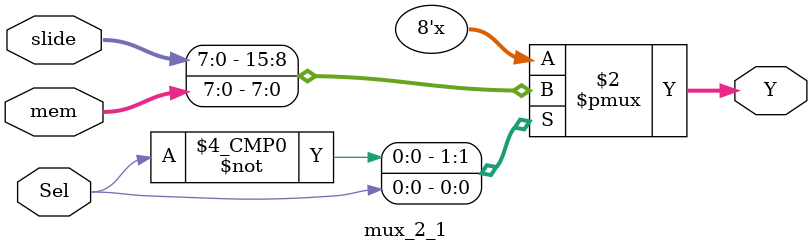
<source format=v>
`timescale 1ns / 1ps
module mux_2_1(
    input [7:0] slide,  // slide = sw, mem = Q
    input [7:0] mem,
    input Sel,  // btn1
    output reg [7:0] Y    // LED[7:0]
);

always @(slide, mem, Sel) begin
    case (Sel)
    1'd0: Y <= slide;
    1'd1: Y <= mem;
    endcase
end

endmodule

</source>
